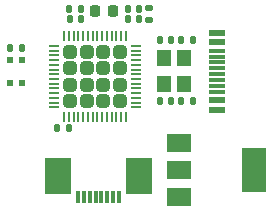
<source format=gbr>
%TF.GenerationSoftware,KiCad,Pcbnew,6.0.4*%
%TF.CreationDate,2022-06-04T16:46:40+08:00*%
%TF.ProjectId,holocubic,686f6c6f-6375-4626-9963-2e6b69636164,rev?*%
%TF.SameCoordinates,Original*%
%TF.FileFunction,Paste,Top*%
%TF.FilePolarity,Positive*%
%FSLAX46Y46*%
G04 Gerber Fmt 4.6, Leading zero omitted, Abs format (unit mm)*
G04 Created by KiCad (PCBNEW 6.0.4) date 2022-06-04 16:46:40*
%MOMM*%
%LPD*%
G01*
G04 APERTURE LIST*
G04 Aperture macros list*
%AMRoundRect*
0 Rectangle with rounded corners*
0 $1 Rounding radius*
0 $2 $3 $4 $5 $6 $7 $8 $9 X,Y pos of 4 corners*
0 Add a 4 corners polygon primitive as box body*
4,1,4,$2,$3,$4,$5,$6,$7,$8,$9,$2,$3,0*
0 Add four circle primitives for the rounded corners*
1,1,$1+$1,$2,$3*
1,1,$1+$1,$4,$5*
1,1,$1+$1,$6,$7*
1,1,$1+$1,$8,$9*
0 Add four rect primitives between the rounded corners*
20,1,$1+$1,$2,$3,$4,$5,0*
20,1,$1+$1,$4,$5,$6,$7,0*
20,1,$1+$1,$6,$7,$8,$9,0*
20,1,$1+$1,$8,$9,$2,$3,0*%
G04 Aperture macros list end*
%ADD10RoundRect,0.140000X0.140000X0.170000X-0.140000X0.170000X-0.140000X-0.170000X0.140000X-0.170000X0*%
%ADD11R,2.000000X1.500000*%
%ADD12R,2.000000X3.800000*%
%ADD13RoundRect,0.140000X-0.170000X0.140000X-0.170000X-0.140000X0.170000X-0.140000X0.170000X0.140000X0*%
%ADD14RoundRect,0.140000X-0.140000X-0.170000X0.140000X-0.170000X0.140000X0.170000X-0.140000X0.170000X0*%
%ADD15R,1.200000X1.400000*%
%ADD16R,1.450000X0.600000*%
%ADD17R,1.450000X0.300000*%
%ADD18RoundRect,0.147500X-0.147500X-0.172500X0.147500X-0.172500X0.147500X0.172500X-0.147500X0.172500X0*%
%ADD19RoundRect,0.250000X-0.315000X0.315000X-0.315000X-0.315000X0.315000X-0.315000X0.315000X0.315000X0*%
%ADD20RoundRect,0.050000X-0.050000X0.387500X-0.050000X-0.387500X0.050000X-0.387500X0.050000X0.387500X0*%
%ADD21RoundRect,0.050000X-0.387500X0.050000X-0.387500X-0.050000X0.387500X-0.050000X0.387500X0.050000X0*%
%ADD22RoundRect,0.225000X0.225000X0.250000X-0.225000X0.250000X-0.225000X-0.250000X0.225000X-0.250000X0*%
%ADD23R,0.300000X1.100000*%
%ADD24R,2.300000X3.100000*%
%ADD25RoundRect,0.135000X-0.135000X-0.185000X0.135000X-0.185000X0.135000X0.185000X-0.135000X0.185000X0*%
%ADD26R,0.540000X0.540000*%
G04 APERTURE END LIST*
D10*
%TO.C,C17*%
X122380000Y-106300000D03*
X121420000Y-106300000D03*
%TD*%
D11*
%TO.C,U1*%
X135750000Y-114300000D03*
X135750000Y-116600000D03*
D12*
X142050000Y-116600000D03*
D11*
X135750000Y-118900000D03*
%TD*%
D10*
%TO.C,C10*%
X126380000Y-113050000D03*
X125420000Y-113050000D03*
%TD*%
D13*
%TO.C,C8*%
X133200000Y-102920000D03*
X133200000Y-103880000D03*
%TD*%
D14*
%TO.C,C7*%
X131370000Y-103850000D03*
X132330000Y-103850000D03*
%TD*%
D15*
%TO.C,Y1*%
X134450000Y-107100000D03*
X134450000Y-109300000D03*
X136150000Y-109300000D03*
X136150000Y-107100000D03*
%TD*%
D14*
%TO.C,C3*%
X134070000Y-110800000D03*
X135030000Y-110800000D03*
%TD*%
%TO.C,C9*%
X135920000Y-105600000D03*
X136880000Y-105600000D03*
%TD*%
%TO.C,C11*%
X135920000Y-110800000D03*
X136880000Y-110800000D03*
%TD*%
D16*
%TO.C,J2*%
X138955000Y-111500000D03*
X138955000Y-110700000D03*
D17*
X138955000Y-109500000D03*
X138955000Y-108500000D03*
X138955000Y-108000000D03*
X138955000Y-107000000D03*
D16*
X138955000Y-105800000D03*
X138955000Y-105000000D03*
X138955000Y-105000000D03*
X138955000Y-105800000D03*
D17*
X138955000Y-106500000D03*
X138955000Y-107500000D03*
X138955000Y-109000000D03*
X138955000Y-110000000D03*
D16*
X138955000Y-110700000D03*
X138955000Y-111500000D03*
%TD*%
D18*
%TO.C,L1*%
X131365000Y-102950000D03*
X132335000Y-102950000D03*
%TD*%
D19*
%TO.C,U2*%
X127900000Y-109400000D03*
X130700000Y-106600000D03*
X130700000Y-110800000D03*
X130700000Y-108000000D03*
X126500000Y-110800000D03*
X126500000Y-106600000D03*
X126500000Y-109400000D03*
X127900000Y-108000000D03*
X126500000Y-108000000D03*
X129300000Y-108000000D03*
X127900000Y-110800000D03*
X130700000Y-109400000D03*
X127900000Y-106600000D03*
X129300000Y-110800000D03*
X129300000Y-109400000D03*
X129300000Y-106600000D03*
D20*
X131200000Y-105262500D03*
X130800000Y-105262500D03*
X130400000Y-105262500D03*
X130000000Y-105262500D03*
X129600000Y-105262500D03*
X129200000Y-105262500D03*
X128800000Y-105262500D03*
X128400000Y-105262500D03*
X128000000Y-105262500D03*
X127600000Y-105262500D03*
X127200000Y-105262500D03*
X126800000Y-105262500D03*
X126400000Y-105262500D03*
X126000000Y-105262500D03*
D21*
X125162500Y-106100000D03*
X125162500Y-106500000D03*
X125162500Y-106900000D03*
X125162500Y-107300000D03*
X125162500Y-107700000D03*
X125162500Y-108100000D03*
X125162500Y-108500000D03*
X125162500Y-108900000D03*
X125162500Y-109300000D03*
X125162500Y-109700000D03*
X125162500Y-110100000D03*
X125162500Y-110500000D03*
X125162500Y-110900000D03*
X125162500Y-111300000D03*
D20*
X126000000Y-112137500D03*
X126400000Y-112137500D03*
X126800000Y-112137500D03*
X127200000Y-112137500D03*
X127600000Y-112137500D03*
X128000000Y-112137500D03*
X128400000Y-112137500D03*
X128800000Y-112137500D03*
X129200000Y-112137500D03*
X129600000Y-112137500D03*
X130000000Y-112137500D03*
X130400000Y-112137500D03*
X130800000Y-112137500D03*
X131200000Y-112137500D03*
D21*
X132037500Y-111300000D03*
X132037500Y-110900000D03*
X132037500Y-110500000D03*
X132037500Y-110100000D03*
X132037500Y-109700000D03*
X132037500Y-109300000D03*
X132037500Y-108900000D03*
X132037500Y-108500000D03*
X132037500Y-108100000D03*
X132037500Y-107700000D03*
X132037500Y-107300000D03*
X132037500Y-106900000D03*
X132037500Y-106500000D03*
X132037500Y-106100000D03*
%TD*%
D22*
%TO.C,C2*%
X130162500Y-103150000D03*
X128612500Y-103150000D03*
%TD*%
D23*
%TO.C,J1*%
X130650000Y-118850000D03*
X130150000Y-118850000D03*
X129650000Y-118850000D03*
X129150000Y-118850000D03*
X128650000Y-118850000D03*
X128150000Y-118850000D03*
X127650000Y-118850000D03*
X127150000Y-118850000D03*
D24*
X132320000Y-117150000D03*
X125480000Y-117150000D03*
%TD*%
D25*
%TO.C,R1*%
X126427500Y-102950000D03*
X127447500Y-102950000D03*
%TD*%
D10*
%TO.C,C5*%
X127417500Y-103850000D03*
X126457500Y-103850000D03*
%TD*%
D26*
%TO.C,MK1*%
X122387100Y-107307400D03*
X122387100Y-109207400D03*
X121377100Y-109207400D03*
X121377100Y-107307400D03*
%TD*%
D14*
%TO.C,C6*%
X134070000Y-105600000D03*
X135030000Y-105600000D03*
%TD*%
M02*

</source>
